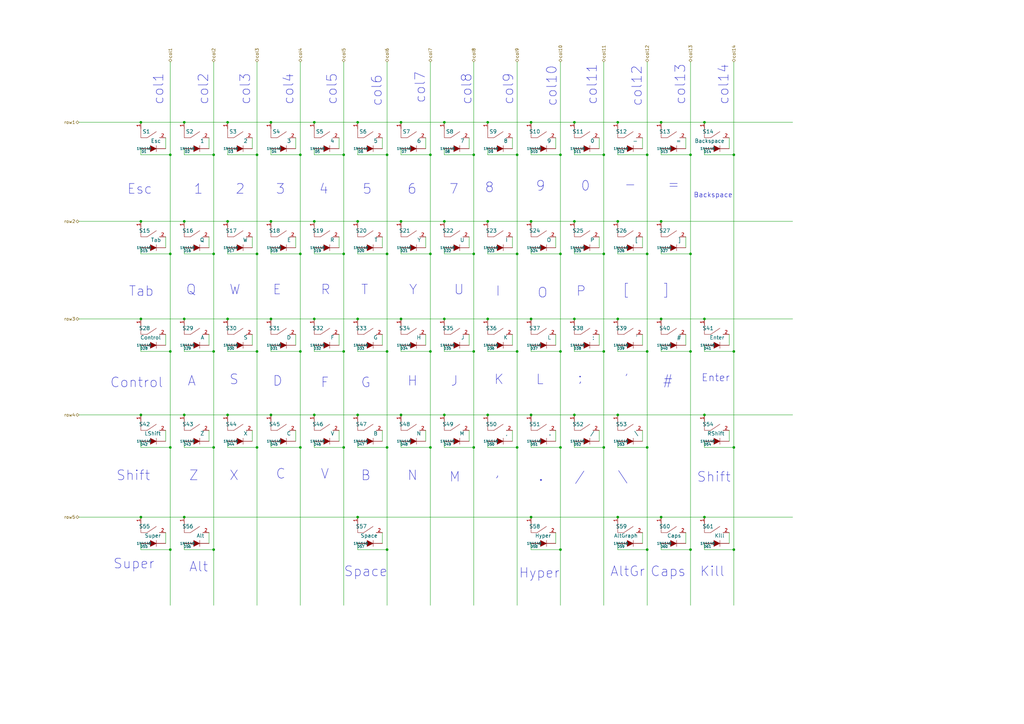
<source format=kicad_sch>
(kicad_sch (version 20211123) (generator eeschema)
  (paper "A3")
  (title_block (title "Matrix") (date "2022-08-09") (rev "0"))
  (junction (at 200.025 130.81))
  (junction (at 57.785 50.165))
  (junction (at 253.365 130.81))
  (junction (at 229.87 144.145))
  (junction (at 57.785 212.09))
  (junction (at 182.245 170.18))
  (junction (at 105.41 144.145))
  (junction (at 283.21 104.14))
  (junction (at 69.85 183.515))
  (junction (at 235.585 130.81))
  (junction (at 93.345 50.165))
  (junction (at 212.09 183.515))
  (junction (at 140.97 63.5))
  (junction (at 300.99 144.145))
  (junction (at 128.905 130.81))
  (junction (at 158.75 63.5))
  (junction (at 164.465 170.18))
  (junction (at 69.85 63.5))
  (junction (at 283.21 144.145))
  (junction (at 111.125 90.805))
  (junction (at 123.19 144.145))
  (junction (at 87.63 183.515))
  (junction (at 176.53 183.515))
  (junction (at 140.97 183.515))
  (junction (at 235.585 170.18))
  (junction (at 123.19 63.5))
  (junction (at 140.97 144.145))
  (junction (at 300.99 225.425))
  (junction (at 57.785 130.81))
  (junction (at 140.97 104.14))
  (junction (at 146.685 130.81))
  (junction (at 123.19 104.14))
  (junction (at 93.345 90.805))
  (junction (at 247.65 144.145))
  (junction (at 93.345 130.81))
  (junction (at 194.31 104.14))
  (junction (at 128.905 170.18))
  (junction (at 235.585 90.805))
  (junction (at 283.21 63.5))
  (junction (at 182.245 90.805))
  (junction (at 158.75 144.145))
  (junction (at 212.09 144.145))
  (junction (at 87.63 225.425))
  (junction (at 200.025 50.165))
  (junction (at 229.87 183.515))
  (junction (at 75.565 50.165))
  (junction (at 253.365 50.165))
  (junction (at 87.63 63.5))
  (junction (at 229.87 104.14))
  (junction (at 164.465 90.805))
  (junction (at 128.905 50.165))
  (junction (at 105.41 104.14))
  (junction (at 146.685 90.805))
  (junction (at 123.19 183.515))
  (junction (at 75.565 130.81))
  (junction (at 247.65 104.14))
  (junction (at 158.75 183.515))
  (junction (at 300.99 183.515))
  (junction (at 164.465 130.81))
  (junction (at 111.125 50.165))
  (junction (at 182.245 130.81))
  (junction (at 271.145 90.805))
  (junction (at 146.685 170.18))
  (junction (at 194.31 183.515))
  (junction (at 271.145 50.165))
  (junction (at 253.365 170.18))
  (junction (at 271.145 212.09))
  (junction (at 182.245 50.165))
  (junction (at 212.09 63.5))
  (junction (at 111.125 130.81))
  (junction (at 105.41 183.515))
  (junction (at 200.025 170.18))
  (junction (at 69.85 225.425))
  (junction (at 271.145 130.81))
  (junction (at 247.65 63.5))
  (junction (at 111.125 170.18))
  (junction (at 164.465 50.165))
  (junction (at 247.65 183.515))
  (junction (at 87.63 144.145))
  (junction (at 265.43 104.14))
  (junction (at 288.925 50.165))
  (junction (at 176.53 144.145))
  (junction (at 158.75 225.425))
  (junction (at 87.63 104.14))
  (junction (at 75.565 90.805))
  (junction (at 300.99 63.5))
  (junction (at 69.85 144.145))
  (junction (at 176.53 63.5))
  (junction (at 57.785 170.18))
  (junction (at 229.87 63.5))
  (junction (at 57.785 90.805))
  (junction (at 217.805 170.18))
  (junction (at 217.805 90.805))
  (junction (at 146.685 212.09))
  (junction (at 253.365 212.09))
  (junction (at 288.925 130.81))
  (junction (at 194.31 144.145))
  (junction (at 194.31 63.5))
  (junction (at 158.75 104.14))
  (junction (at 69.85 104.14))
  (junction (at 288.925 170.18))
  (junction (at 217.805 212.09))
  (junction (at 75.565 170.18))
  (junction (at 128.905 90.805))
  (junction (at 253.365 90.805))
  (junction (at 235.585 50.165))
  (junction (at 212.09 104.14))
  (junction (at 265.43 225.425))
  (junction (at 217.805 50.165))
  (junction (at 283.21 225.425))
  (junction (at 217.805 130.81))
  (junction (at 265.43 183.515))
  (junction (at 146.685 50.165))
  (junction (at 265.43 144.145))
  (junction (at 288.925 212.09))
  (junction (at 200.025 90.805))
  (junction (at 105.41 63.5))
  (junction (at 229.87 225.425))
  (junction (at 265.43 63.5))
  (junction (at 176.53 104.14))
  (junction (at 75.565 212.09))
  (junction (at 93.345 170.18))
  (wire (pts (xy 217.805 222.885) (xy 217.805 225.425)))
  (wire (pts (xy 111.125 180.975) (xy 111.125 183.515)))
  (wire (pts (xy 271.145 222.885) (xy 271.145 225.425)))
  (wire (pts (xy 288.925 141.605) (xy 288.925 144.145)))
  (wire (pts (xy 75.565 63.5) (xy 87.63 63.5)))
  (wire (pts (xy 200.025 141.605) (xy 200.025 144.145)))
  (wire (pts (xy 253.365 130.81) (xy 271.145 130.81)))
  (wire (pts (xy 288.925 50.165) (xy 325.12 50.165)))
  (wire (pts (xy 182.245 130.81) (xy 200.025 130.81)))
  (wire (pts (xy 57.785 212.09) (xy 75.565 212.09)))
  (wire (pts (xy 123.19 63.5) (xy 123.19 104.14)))
  (wire (pts (xy 281.305 56.515) (xy 281.305 60.96)))
  (wire (pts (xy 146.685 141.605) (xy 146.685 144.145)))
  (wire (pts (xy 281.305 137.16) (xy 281.305 141.605)))
  (wire (pts (xy 111.125 90.805) (xy 128.905 90.805)))
  (wire (pts (xy 194.31 63.5) (xy 194.31 104.14)))
  (wire (pts (xy 158.75 25.4) (xy 158.75 63.5)))
  (wire (pts (xy 69.85 25.4) (xy 69.85 63.5)))
  (wire (pts (xy 182.245 60.96) (xy 182.245 63.5)))
  (wire (pts (xy 146.685 90.805) (xy 164.465 90.805)))
  (wire (pts (xy 288.925 183.515) (xy 300.99 183.515)))
  (wire (pts (xy 194.31 25.4) (xy 194.31 63.5)))
  (wire (pts (xy 67.945 56.515) (xy 67.945 60.96)))
  (wire (pts (xy 93.345 50.165) (xy 111.125 50.165)))
  (wire (pts (xy 57.785 170.18) (xy 75.565 170.18)))
  (wire (pts (xy 139.065 97.155) (xy 139.065 101.6)))
  (wire (pts (xy 271.145 141.605) (xy 271.145 144.145)))
  (wire (pts (xy 192.405 56.515) (xy 192.405 60.96)))
  (wire (pts (xy 123.19 183.515) (xy 123.19 248.285)))
  (wire (pts (xy 271.145 144.145) (xy 283.21 144.145)))
  (wire (pts (xy 85.725 97.155) (xy 85.725 101.6)))
  (wire (pts (xy 140.97 25.4) (xy 140.97 63.5)))
  (wire (pts (xy 300.99 63.5) (xy 300.99 144.145)))
  (wire (pts (xy 85.725 218.44) (xy 85.725 222.885)))
  (wire (pts (xy 229.87 144.145) (xy 229.87 183.515)))
  (wire (pts (xy 105.41 144.145) (xy 105.41 183.515)))
  (wire (pts (xy 247.65 183.515) (xy 247.65 248.285)))
  (wire (pts (xy 288.925 63.5) (xy 300.99 63.5)))
  (wire (pts (xy 111.125 144.145) (xy 123.19 144.145)))
  (wire (pts (xy 164.465 141.605) (xy 164.465 144.145)))
  (wire (pts (xy 69.85 104.14) (xy 69.85 144.145)))
  (wire (pts (xy 32.385 90.805) (xy 57.785 90.805)))
  (wire (pts (xy 174.625 97.155) (xy 174.625 101.6)))
  (wire (pts (xy 156.845 176.53) (xy 156.845 180.975)))
  (wire (pts (xy 247.65 144.145) (xy 247.65 183.515)))
  (wire (pts (xy 210.185 137.16) (xy 210.185 141.605)))
  (wire (pts (xy 253.365 104.14) (xy 265.43 104.14)))
  (wire (pts (xy 253.365 50.165) (xy 271.145 50.165)))
  (wire (pts (xy 217.805 170.18) (xy 235.585 170.18)))
  (wire (pts (xy 288.925 170.18) (xy 325.12 170.18)))
  (wire (pts (xy 85.725 137.16) (xy 85.725 141.605)))
  (wire (pts (xy 139.065 176.53) (xy 139.065 180.975)))
  (wire (pts (xy 288.925 130.81) (xy 325.12 130.81)))
  (wire (pts (xy 235.585 130.81) (xy 253.365 130.81)))
  (wire (pts (xy 103.505 56.515) (xy 103.505 60.96)))
  (wire (pts (xy 217.805 130.81) (xy 235.585 130.81)))
  (wire (pts (xy 253.365 63.5) (xy 265.43 63.5)))
  (wire (pts (xy 200.025 63.5) (xy 212.09 63.5)))
  (wire (pts (xy 158.75 104.14) (xy 158.75 144.145)))
  (wire (pts (xy 212.09 63.5) (xy 212.09 104.14)))
  (wire (pts (xy 67.945 218.44) (xy 67.945 222.885)))
  (wire (pts (xy 140.97 144.145) (xy 140.97 183.515)))
  (wire (pts (xy 263.525 137.16) (xy 263.525 141.605)))
  (wire (pts (xy 111.125 50.165) (xy 128.905 50.165)))
  (wire (pts (xy 182.245 144.145) (xy 194.31 144.145)))
  (wire (pts (xy 111.125 60.96) (xy 111.125 63.5)))
  (wire (pts (xy 146.685 50.165) (xy 164.465 50.165)))
  (wire (pts (xy 146.685 222.885) (xy 146.685 225.425)))
  (wire (pts (xy 235.585 183.515) (xy 247.65 183.515)))
  (wire (pts (xy 176.53 104.14) (xy 176.53 144.145)))
  (wire (pts (xy 67.945 137.16) (xy 67.945 141.605)))
  (wire (pts (xy 57.785 183.515) (xy 69.85 183.515)))
  (wire (pts (xy 229.87 63.5) (xy 229.87 104.14)))
  (wire (pts (xy 128.905 180.975) (xy 128.905 183.515)))
  (wire (pts (xy 265.43 225.425) (xy 265.43 248.285)))
  (wire (pts (xy 227.965 97.155) (xy 227.965 101.6)))
  (wire (pts (xy 217.805 225.425) (xy 229.87 225.425)))
  (wire (pts (xy 247.65 25.4) (xy 247.65 63.5)))
  (wire (pts (xy 194.31 183.515) (xy 194.31 248.285)))
  (wire (pts (xy 121.285 137.16) (xy 121.285 141.605)))
  (wire (pts (xy 139.065 137.16) (xy 139.065 141.605)))
  (wire (pts (xy 69.85 225.425) (xy 69.85 248.285)))
  (wire (pts (xy 57.785 101.6) (xy 57.785 104.14)))
  (wire (pts (xy 93.345 141.605) (xy 93.345 144.145)))
  (wire (pts (xy 299.085 137.16) (xy 299.085 141.605)))
  (wire (pts (xy 85.725 176.53) (xy 85.725 180.975)))
  (wire (pts (xy 87.63 183.515) (xy 87.63 225.425)))
  (wire (pts (xy 75.565 225.425) (xy 87.63 225.425)))
  (wire (pts (xy 156.845 218.44) (xy 156.845 222.885)))
  (wire (pts (xy 176.53 183.515) (xy 176.53 248.285)))
  (wire (pts (xy 182.245 180.975) (xy 182.245 183.515)))
  (wire (pts (xy 93.345 170.18) (xy 111.125 170.18)))
  (wire (pts (xy 253.365 144.145) (xy 265.43 144.145)))
  (wire (pts (xy 182.245 183.515) (xy 194.31 183.515)))
  (wire (pts (xy 146.685 183.515) (xy 158.75 183.515)))
  (wire (pts (xy 192.405 137.16) (xy 192.405 141.605)))
  (wire (pts (xy 57.785 180.975) (xy 57.785 183.515)))
  (wire (pts (xy 156.845 137.16) (xy 156.845 141.605)))
  (wire (pts (xy 164.465 104.14) (xy 176.53 104.14)))
  (wire (pts (xy 93.345 180.975) (xy 93.345 183.515)))
  (wire (pts (xy 57.785 63.5) (xy 69.85 63.5)))
  (wire (pts (xy 217.805 144.145) (xy 229.87 144.145)))
  (wire (pts (xy 200.025 130.81) (xy 217.805 130.81)))
  (wire (pts (xy 288.925 212.09) (xy 325.12 212.09)))
  (wire (pts (xy 164.465 183.515) (xy 176.53 183.515)))
  (wire (pts (xy 247.65 63.5) (xy 247.65 104.14)))
  (wire (pts (xy 75.565 130.81) (xy 93.345 130.81)))
  (wire (pts (xy 253.365 90.805) (xy 271.145 90.805)))
  (wire (pts (xy 156.845 97.155) (xy 156.845 101.6)))
  (wire (pts (xy 128.905 63.5) (xy 140.97 63.5)))
  (wire (pts (xy 235.585 60.96) (xy 235.585 63.5)))
  (wire (pts (xy 128.905 104.14) (xy 140.97 104.14)))
  (wire (pts (xy 245.745 176.53) (xy 245.745 180.975)))
  (wire (pts (xy 75.565 222.885) (xy 75.565 225.425)))
  (wire (pts (xy 217.805 90.805) (xy 235.585 90.805)))
  (wire (pts (xy 200.025 90.805) (xy 217.805 90.805)))
  (wire (pts (xy 111.125 63.5) (xy 123.19 63.5)))
  (wire (pts (xy 146.685 60.96) (xy 146.685 63.5)))
  (wire (pts (xy 271.145 104.14) (xy 283.21 104.14)))
  (wire (pts (xy 75.565 212.09) (xy 146.685 212.09)))
  (wire (pts (xy 217.805 180.975) (xy 217.805 183.515)))
  (wire (pts (xy 121.285 56.515) (xy 121.285 60.96)))
  (wire (pts (xy 229.87 25.4) (xy 229.87 63.5)))
  (wire (pts (xy 128.905 50.165) (xy 146.685 50.165)))
  (wire (pts (xy 128.905 144.145) (xy 140.97 144.145)))
  (wire (pts (xy 75.565 101.6) (xy 75.565 104.14)))
  (wire (pts (xy 75.565 180.975) (xy 75.565 183.515)))
  (wire (pts (xy 263.525 97.155) (xy 263.525 101.6)))
  (wire (pts (xy 87.63 104.14) (xy 87.63 144.145)))
  (wire (pts (xy 200.025 170.18) (xy 217.805 170.18)))
  (wire (pts (xy 212.09 183.515) (xy 212.09 248.285)))
  (wire (pts (xy 229.87 183.515) (xy 229.87 225.425)))
  (wire (pts (xy 93.345 183.515) (xy 105.41 183.515)))
  (wire (pts (xy 283.21 144.145) (xy 283.21 225.425)))
  (wire (pts (xy 192.405 176.53) (xy 192.405 180.975)))
  (wire (pts (xy 182.245 141.605) (xy 182.245 144.145)))
  (wire (pts (xy 164.465 60.96) (xy 164.465 63.5)))
  (wire (pts (xy 210.185 176.53) (xy 210.185 180.975)))
  (wire (pts (xy 182.245 170.18) (xy 200.025 170.18)))
  (wire (pts (xy 281.305 97.155) (xy 281.305 101.6)))
  (wire (pts (xy 128.905 183.515) (xy 140.97 183.515)))
  (wire (pts (xy 105.41 183.515) (xy 105.41 248.285)))
  (wire (pts (xy 32.385 50.165) (xy 57.785 50.165)))
  (wire (pts (xy 192.405 97.155) (xy 192.405 101.6)))
  (wire (pts (xy 67.945 176.53) (xy 67.945 180.975)))
  (wire (pts (xy 263.525 56.515) (xy 263.525 60.96)))
  (wire (pts (xy 265.43 144.145) (xy 265.43 183.515)))
  (wire (pts (xy 288.925 180.975) (xy 288.925 183.515)))
  (wire (pts (xy 227.965 176.53) (xy 227.965 180.975)))
  (wire (pts (xy 146.685 130.81) (xy 164.465 130.81)))
  (wire (pts (xy 57.785 141.605) (xy 57.785 144.145)))
  (wire (pts (xy 69.85 63.5) (xy 69.85 104.14)))
  (wire (pts (xy 57.785 130.81) (xy 75.565 130.81)))
  (wire (pts (xy 245.745 56.515) (xy 245.745 60.96)))
  (wire (pts (xy 57.785 222.885) (xy 57.785 225.425)))
  (wire (pts (xy 235.585 50.165) (xy 253.365 50.165)))
  (wire (pts (xy 200.025 144.145) (xy 212.09 144.145)))
  (wire (pts (xy 93.345 104.14) (xy 105.41 104.14)))
  (wire (pts (xy 182.245 104.14) (xy 194.31 104.14)))
  (wire (pts (xy 93.345 60.96) (xy 93.345 63.5)))
  (wire (pts (xy 281.305 218.44) (xy 281.305 222.885)))
  (wire (pts (xy 105.41 104.14) (xy 105.41 144.145)))
  (wire (pts (xy 235.585 63.5) (xy 247.65 63.5)))
  (wire (pts (xy 128.905 60.96) (xy 128.905 63.5)))
  (wire (pts (xy 128.905 141.605) (xy 128.905 144.145)))
  (wire (pts (xy 121.285 176.53) (xy 121.285 180.975)))
  (wire (pts (xy 288.925 60.96) (xy 288.925 63.5)))
  (wire (pts (xy 271.145 63.5) (xy 283.21 63.5)))
  (wire (pts (xy 128.905 170.18) (xy 146.685 170.18)))
  (wire (pts (xy 75.565 170.18) (xy 93.345 170.18)))
  (wire (pts (xy 93.345 90.805) (xy 111.125 90.805)))
  (wire (pts (xy 210.185 56.515) (xy 210.185 60.96)))
  (wire (pts (xy 283.21 225.425) (xy 283.21 248.285)))
  (wire (pts (xy 174.625 56.515) (xy 174.625 60.96)))
  (wire (pts (xy 271.145 60.96) (xy 271.145 63.5)))
  (wire (pts (xy 164.465 50.165) (xy 182.245 50.165)))
  (wire (pts (xy 164.465 101.6) (xy 164.465 104.14)))
  (wire (pts (xy 299.085 56.515) (xy 299.085 60.96)))
  (wire (pts (xy 194.31 104.14) (xy 194.31 144.145)))
  (wire (pts (xy 75.565 60.96) (xy 75.565 63.5)))
  (wire (pts (xy 253.365 183.515) (xy 265.43 183.515)))
  (wire (pts (xy 210.185 97.155) (xy 210.185 101.6)))
  (wire (pts (xy 67.945 97.155) (xy 67.945 101.6)))
  (wire (pts (xy 69.85 183.515) (xy 69.85 225.425)))
  (wire (pts (xy 271.145 50.165) (xy 288.925 50.165)))
  (wire (pts (xy 93.345 144.145) (xy 105.41 144.145)))
  (wire (pts (xy 217.805 60.96) (xy 217.805 63.5)))
  (wire (pts (xy 139.065 56.515) (xy 139.065 60.96)))
  (wire (pts (xy 85.725 56.515) (xy 85.725 60.96)))
  (wire (pts (xy 212.09 25.4) (xy 212.09 63.5)))
  (wire (pts (xy 253.365 60.96) (xy 253.365 63.5)))
  (wire (pts (xy 146.685 225.425) (xy 158.75 225.425)))
  (wire (pts (xy 57.785 60.96) (xy 57.785 63.5)))
  (wire (pts (xy 217.805 104.14) (xy 229.87 104.14)))
  (wire (pts (xy 300.99 183.515) (xy 300.99 225.425)))
  (wire (pts (xy 235.585 180.975) (xy 235.585 183.515)))
  (wire (pts (xy 32.385 170.18) (xy 57.785 170.18)))
  (wire (pts (xy 87.63 144.145) (xy 87.63 183.515)))
  (wire (pts (xy 200.025 104.14) (xy 212.09 104.14)))
  (wire (pts (xy 57.785 50.165) (xy 75.565 50.165)))
  (wire (pts (xy 217.805 183.515) (xy 229.87 183.515)))
  (wire (pts (xy 300.99 25.4) (xy 300.99 63.5)))
  (wire (pts (xy 265.43 183.515) (xy 265.43 225.425)))
  (wire (pts (xy 271.145 90.805) (xy 325.12 90.805)))
  (wire (pts (xy 299.085 218.44) (xy 299.085 222.885)))
  (wire (pts (xy 146.685 212.09) (xy 217.805 212.09)))
  (wire (pts (xy 235.585 101.6) (xy 235.585 104.14)))
  (wire (pts (xy 164.465 63.5) (xy 176.53 63.5)))
  (wire (pts (xy 235.585 90.805) (xy 253.365 90.805)))
  (wire (pts (xy 217.805 212.09) (xy 253.365 212.09)))
  (wire (pts (xy 182.245 101.6) (xy 182.245 104.14)))
  (wire (pts (xy 194.31 144.145) (xy 194.31 183.515)))
  (wire (pts (xy 93.345 63.5) (xy 105.41 63.5)))
  (wire (pts (xy 271.145 212.09) (xy 288.925 212.09)))
  (wire (pts (xy 158.75 144.145) (xy 158.75 183.515)))
  (wire (pts (xy 158.75 225.425) (xy 158.75 248.285)))
  (wire (pts (xy 75.565 144.145) (xy 87.63 144.145)))
  (wire (pts (xy 182.245 50.165) (xy 200.025 50.165)))
  (wire (pts (xy 229.87 225.425) (xy 229.87 248.285)))
  (wire (pts (xy 253.365 170.18) (xy 288.925 170.18)))
  (wire (pts (xy 146.685 180.975) (xy 146.685 183.515)))
  (wire (pts (xy 271.145 130.81) (xy 288.925 130.81)))
  (wire (pts (xy 111.125 104.14) (xy 123.19 104.14)))
  (wire (pts (xy 128.905 90.805) (xy 146.685 90.805)))
  (wire (pts (xy 174.625 176.53) (xy 174.625 180.975)))
  (wire (pts (xy 105.41 63.5) (xy 105.41 104.14)))
  (wire (pts (xy 300.99 144.145) (xy 300.99 183.515)))
  (wire (pts (xy 245.745 137.16) (xy 245.745 141.605)))
  (wire (pts (xy 158.75 183.515) (xy 158.75 225.425)))
  (wire (pts (xy 57.785 225.425) (xy 69.85 225.425)))
  (wire (pts (xy 217.805 50.165) (xy 235.585 50.165)))
  (wire (pts (xy 32.385 212.09) (xy 57.785 212.09)))
  (wire (pts (xy 212.09 104.14) (xy 212.09 144.145)))
  (wire (pts (xy 128.905 101.6) (xy 128.905 104.14)))
  (wire (pts (xy 111.125 183.515) (xy 123.19 183.515)))
  (wire (pts (xy 283.21 104.14) (xy 283.21 144.145)))
  (wire (pts (xy 283.21 25.4) (xy 283.21 63.5)))
  (wire (pts (xy 253.365 225.425) (xy 265.43 225.425)))
  (wire (pts (xy 75.565 183.515) (xy 87.63 183.515)))
  (wire (pts (xy 299.085 176.53) (xy 299.085 180.975)))
  (wire (pts (xy 93.345 130.81) (xy 111.125 130.81)))
  (wire (pts (xy 235.585 170.18) (xy 253.365 170.18)))
  (wire (pts (xy 111.125 130.81) (xy 128.905 130.81)))
  (wire (pts (xy 176.53 63.5) (xy 176.53 104.14)))
  (wire (pts (xy 158.75 63.5) (xy 158.75 104.14)))
  (wire (pts (xy 57.785 144.145) (xy 69.85 144.145)))
  (wire (pts (xy 105.41 25.4) (xy 105.41 63.5)))
  (wire (pts (xy 121.285 97.155) (xy 121.285 101.6)))
  (wire (pts (xy 235.585 144.145) (xy 247.65 144.145)))
  (wire (pts (xy 271.145 225.425) (xy 283.21 225.425)))
  (wire (pts (xy 247.65 104.14) (xy 247.65 144.145)))
  (wire (pts (xy 217.805 101.6) (xy 217.805 104.14)))
  (wire (pts (xy 103.505 137.16) (xy 103.505 141.605)))
  (wire (pts (xy 288.925 144.145) (xy 300.99 144.145)))
  (wire (pts (xy 200.025 60.96) (xy 200.025 63.5)))
  (wire (pts (xy 200.025 183.515) (xy 212.09 183.515)))
  (wire (pts (xy 265.43 104.14) (xy 265.43 144.145)))
  (wire (pts (xy 288.925 225.425) (xy 300.99 225.425)))
  (wire (pts (xy 227.965 56.515) (xy 227.965 60.96)))
  (wire (pts (xy 263.525 176.53) (xy 263.525 180.975)))
  (wire (pts (xy 265.43 25.4) (xy 265.43 63.5)))
  (wire (pts (xy 146.685 170.18) (xy 164.465 170.18)))
  (wire (pts (xy 164.465 180.975) (xy 164.465 183.515)))
  (wire (pts (xy 164.465 144.145) (xy 176.53 144.145)))
  (wire (pts (xy 253.365 180.975) (xy 253.365 183.515)))
  (wire (pts (xy 176.53 25.4) (xy 176.53 63.5)))
  (wire (pts (xy 200.025 50.165) (xy 217.805 50.165)))
  (wire (pts (xy 182.245 63.5) (xy 194.31 63.5)))
  (wire (pts (xy 283.21 63.5) (xy 283.21 104.14)))
  (wire (pts (xy 200.025 180.975) (xy 200.025 183.515)))
  (wire (pts (xy 235.585 141.605) (xy 235.585 144.145)))
  (wire (pts (xy 75.565 50.165) (xy 93.345 50.165)))
  (wire (pts (xy 253.365 101.6) (xy 253.365 104.14)))
  (wire (pts (xy 300.99 225.425) (xy 300.99 248.285)))
  (wire (pts (xy 182.245 90.805) (xy 200.025 90.805)))
  (wire (pts (xy 75.565 141.605) (xy 75.565 144.145)))
  (wire (pts (xy 146.685 63.5) (xy 158.75 63.5)))
  (wire (pts (xy 156.845 56.515) (xy 156.845 60.96)))
  (wire (pts (xy 103.505 176.53) (xy 103.505 180.975)))
  (wire (pts (xy 235.585 104.14) (xy 247.65 104.14)))
  (wire (pts (xy 263.525 218.44) (xy 263.525 222.885)))
  (wire (pts (xy 164.465 90.805) (xy 182.245 90.805)))
  (wire (pts (xy 87.63 63.5) (xy 87.63 104.14)))
  (wire (pts (xy 140.97 63.5) (xy 140.97 104.14)))
  (wire (pts (xy 253.365 141.605) (xy 253.365 144.145)))
  (wire (pts (xy 200.025 101.6) (xy 200.025 104.14)))
  (wire (pts (xy 217.805 141.605) (xy 217.805 144.145)))
  (wire (pts (xy 111.125 101.6) (xy 111.125 104.14)))
  (wire (pts (xy 93.345 101.6) (xy 93.345 104.14)))
  (wire (pts (xy 146.685 101.6) (xy 146.685 104.14)))
  (wire (pts (xy 57.785 104.14) (xy 69.85 104.14)))
  (wire (pts (xy 164.465 170.18) (xy 182.245 170.18)))
  (wire (pts (xy 32.385 130.81) (xy 57.785 130.81)))
  (wire (pts (xy 245.745 97.155) (xy 245.745 101.6)))
  (wire (pts (xy 111.125 170.18) (xy 128.905 170.18)))
  (wire (pts (xy 123.19 25.4) (xy 123.19 63.5)))
  (wire (pts (xy 140.97 104.14) (xy 140.97 144.145)))
  (wire (pts (xy 253.365 212.09) (xy 271.145 212.09)))
  (wire (pts (xy 128.905 130.81) (xy 146.685 130.81)))
  (wire (pts (xy 75.565 104.14) (xy 87.63 104.14)))
  (wire (pts (xy 123.19 144.145) (xy 123.19 183.515)))
  (wire (pts (xy 69.85 144.145) (xy 69.85 183.515)))
  (wire (pts (xy 176.53 144.145) (xy 176.53 183.515)))
  (wire (pts (xy 227.965 218.44) (xy 227.965 222.885)))
  (wire (pts (xy 288.925 222.885) (xy 288.925 225.425)))
  (wire (pts (xy 57.785 90.805) (xy 75.565 90.805)))
  (wire (pts (xy 164.465 130.81) (xy 182.245 130.81)))
  (wire (pts (xy 265.43 63.5) (xy 265.43 104.14)))
  (wire (pts (xy 87.63 225.425) (xy 87.63 248.285)))
  (wire (pts (xy 123.19 104.14) (xy 123.19 144.145)))
  (wire (pts (xy 146.685 144.145) (xy 158.75 144.145)))
  (wire (pts (xy 271.145 101.6) (xy 271.145 104.14)))
  (wire (pts (xy 111.125 141.605) (xy 111.125 144.145)))
  (wire (pts (xy 174.625 137.16) (xy 174.625 141.605)))
  (wire (pts (xy 103.505 97.155) (xy 103.505 101.6)))
  (wire (pts (xy 75.565 90.805) (xy 93.345 90.805)))
  (wire (pts (xy 217.805 63.5) (xy 229.87 63.5)))
  (wire (pts (xy 87.63 25.4) (xy 87.63 63.5)))
  (wire (pts (xy 140.97 183.515) (xy 140.97 248.285)))
  (wire (pts (xy 229.87 104.14) (xy 229.87 144.145)))
  (wire (pts (xy 253.365 222.885) (xy 253.365 225.425)))
  (wire (pts (xy 227.965 137.16) (xy 227.965 141.605)))
  (wire (pts (xy 212.09 144.145) (xy 212.09 183.515)))
  (wire (pts (xy 146.685 104.14) (xy 158.75 104.14)))
  (text "\\" (at 254 198.12 0) (effects (font (size 4 4)) (justify left bottom)))
  (text "2" (at 96.52 80.01 0) (effects (font (size 4 4)) (justify left bottom)))
  (text "K" (at 202.565 158.115 0) (effects (font (size 4 4)) (justify left bottom)))
  (text "Hyper" (at 212.725 237.49 0) (effects (font (size 4 4)) (justify left bottom)))
  (text "Kill" (at 287.02 236.855 0) (effects (font (size 4 4)) (justify left bottom)))
  (text "C" (at 113.03 196.85 0) (effects (font (size 4 4)) (justify left bottom)))
  (text "#" (at 271.78 158.75 0) (effects (font (size 4 4)) (justify left bottom)))
  (text "U" (at 186.055 121.285 0) (effects (font (size 4 4)) (justify left bottom)))
  (text "O" (at 220.345 122.555 0) (effects (font (size 4 4)) (justify left bottom)))
  (text "T" (at 147.955 121.285 0) (effects (font (size 4 4)) (justify left bottom)))
  (text "8" (at 198.755 79.375 0) (effects (font (size 4 4)) (justify left bottom)))
  (text "3" (at 113.03 80.01 0) (effects (font (size 4 4)) (justify left bottom)))
  (text "R" (at 131.445 121.285 0) (effects (font (size 4 4)) (justify left bottom)))
  (text "Control" (at 45.085 159.385 0) (effects (font (size 4 4)) (justify left bottom)))
  (text ";" (at 236.855 157.48 0) (effects (font (size 4 4)) (justify left bottom)))
  (text "M" (at 184.15 198.12 0) (effects (font (size 4 4)) (justify left bottom)))
  (text "V" (at 131.445 196.85 0) (effects (font (size 4 4)) (justify left bottom)))
  (text "col13" (at 281.305 43.18 90) (effects (font (size 4 4)) (justify left bottom)))
  (text "1" (at 79.375 80.01 0) (effects (font (size 4 4)) (justify left bottom)))
  (text "col6" (at 156.845 43.815 90) (effects (font (size 4 4)) (justify left bottom)))
  (text "Space" (at 140.97 236.855 0) (effects (font (size 4 4)) (justify left bottom)))
  (text "col1" (at 67.31 43.18 90) (effects (font (size 4 4)) (justify left bottom)))
  (text "N" (at 167.005 197.485 0) (effects (font (size 4 4)) (justify left bottom)))
  (text "Q" (at 76.2 121.285 0) (effects (font (size 4 4)) (justify left bottom)))
  (text "A" (at 76.835 158.75 0) (effects (font (size 4 4)) (justify left bottom)))
  (text "7" (at 184.15 80.01 0) (effects (font (size 4 4)) (justify left bottom)))
  (text "Y" (at 167.64 121.285 0) (effects (font (size 4 4)) (justify left bottom)))
  (text "G" (at 147.955 159.385 0) (effects (font (size 4 4)) (justify left bottom)))
  (text "W" (at 93.98 121.285 0) (effects (font (size 4 4)) (justify left bottom)))
  (text "X" (at 93.98 197.485 0) (effects (font (size 4 4)) (justify left bottom)))
  (text "H" (at 167.005 158.75 0) (effects (font (size 4 4)) (justify left bottom)))
  (text "col12" (at 263.525 43.815 90) (effects (font (size 4 4)) (justify left bottom)))
  (text "]" (at 271.78 121.285 0) (effects (font (size 4 4)) (justify left bottom)))
  (text "Caps" (at 266.7 236.855 0) (effects (font (size 4 4)) (justify left bottom)))
  (text "F" (at 131.445 159.385 0) (effects (font (size 4 4)) (justify left bottom)))
  (text "," (at 202.565 196.215 0) (effects (font (size 5 5)) (justify left bottom)))
  (text "B" (at 147.955 197.485 0) (effects (font (size 4 4)) (justify left bottom)))
  (text "D" (at 111.76 158.75 0) (effects (font (size 4 4)) (justify left bottom)))
  (text "AltGr" (at 250.19 236.855 0) (effects (font (size 4 4)) (justify left bottom)))
  (text "col7" (at 174.625 42.545 90) (effects (font (size 4 4)) (justify left bottom)))
  (text "Shift" (at 285.75 198.12 0) (effects (font (size 4 4)) (justify left bottom)))
  (text "6" (at 167.005 80.01 0) (effects (font (size 4 4)) (justify left bottom)))
  (text "col2" (at 85.725 43.18 90) (effects (font (size 4 4)) (justify left bottom)))
  (text "S" (at 93.98 158.115 0) (effects (font (size 4 4)) (justify left bottom)))
  (text "9" (at 219.71 78.74 0) (effects (font (size 4 4)) (justify left bottom)))
  (text "col10" (at 228.6 43.815 90) (effects (font (size 4 4)) (justify left bottom)))
  (text "Shift" (at 47.625 197.485 0) (effects (font (size 4 4)) (justify left bottom)))
  (text "col3" (at 102.87 43.18 90) (effects (font (size 4 4)) (justify left bottom)))
  (text "col14" (at 299.085 43.18 90) (effects (font (size 4 4)) (justify left bottom)))
  (text "0" (at 238.125 78.74 0) (effects (font (size 4 4)) (justify left bottom)))
  (text "4" (at 130.81 80.01 0) (effects (font (size 4 4)) (justify left bottom)))
  (text "'" (at 255.905 158.115 0) (effects (font (size 4 4)) (justify left bottom)))
  (text "P" (at 236.22 121.92 0) (effects (font (size 4 4)) (justify left bottom)))
  (text "I" (at 203.2 121.92 0) (effects (font (size 4 4)) (justify left bottom)))
  (text "J" (at 184.785 158.75 0) (effects (font (size 4 4)) (justify left bottom)))
  (text "Tab" (at 52.705 121.92 0) (effects (font (size 4 4)) (justify left bottom)))
  (text "col8" (at 193.675 43.18 90) (effects (font (size 4 4)) (justify left bottom)))
  (text "Esc" (at 52.07 80.01 0) (effects (font (size 4 4)) (justify left bottom)))
  (text "E" (at 111.76 121.285 0) (effects (font (size 4 4)) (justify left bottom)))
  (text "." (at 220.345 198.12 0) (effects (font (size 6 6)) (justify left bottom)))
  (text "Super" (at 46.355 233.68 0) (effects (font (size 4 4)) (justify left bottom)))
  (text "col11" (at 245.11 43.18 90) (effects (font (size 4 4)) (justify left bottom)))
  (text "-" (at 255.905 78.105 0) (effects (font (size 4 4)) (justify left bottom)))
  (text "Enter" (at 287.655 156.845 0) (effects (font (size 3 3)) (justify left bottom)))
  (text "5" (at 148.59 80.01 0) (effects (font (size 4 4)) (justify left bottom)))
  (text "Backspace" (at 284.48 81.28 0) (effects (font (size 2 2)) (justify left bottom)))
  (text "Alt" (at 77.47 234.95 0) (effects (font (size 4 4)) (justify left bottom)))
  (text "col4" (at 120.65 43.18 90) (effects (font (size 4 4)) (justify left bottom)))
  (text "L" (at 219.71 158.115 0) (effects (font (size 4 4)) (justify left bottom)))
  (text "col9" (at 210.82 43.18 90) (effects (font (size 4 4)) (justify left bottom)))
  (text "col5" (at 138.43 43.18 90) (effects (font (size 4 4)) (justify left bottom)))
  (text "=" (at 273.685 78.105 0) (effects (font (size 4 4)) (justify left bottom)))
  (text "Z" (at 77.47 197.485 0) (effects (font (size 4 4)) (justify left bottom)))
  (text "[" (at 255.27 121.285 0) (effects (font (size 4 4)) (justify left bottom)))
  (text "/" (at 235.585 198.12 0) (effects (font (size 4 4)) (justify left bottom)))
  (hierarchical_label "col11" (shape tri_state) (at 247.65 25.4 90))
  (hierarchical_label "col4" (shape tri_state) (at 123.19 25.4 90))
  (hierarchical_label "col8" (shape tri_state) (at 194.31 25.4 90))
  (hierarchical_label "row4" (shape tri_state) (at 32.385 170.18 180))
  (hierarchical_label "col1" (shape tri_state) (at 69.85 25.4 90))
  (hierarchical_label "col2" (shape tri_state) (at 87.63 25.4 90))
  (hierarchical_label "row1" (shape tri_state) (at 32.385 50.165 180))
  (hierarchical_label "col10" (shape tri_state) (at 229.87 25.4 90))
  (hierarchical_label "col6" (shape tri_state) (at 158.75 25.4 90))
  (hierarchical_label "col3" (shape tri_state) (at 105.41 25.4 90))
  (hierarchical_label "row3" (shape tri_state) (at 32.385 130.81 180))
  (hierarchical_label "row2" (shape tri_state) (at 32.385 90.805 180))
  (hierarchical_label "col5" (shape tri_state) (at 140.97 25.4 90))
  (hierarchical_label "col12" (shape tri_state) (at 265.43 25.4 90))
  (hierarchical_label "col7" (shape tri_state) (at 176.53 25.4 90))
  (hierarchical_label "col9" (shape tri_state) (at 212.09 25.4 90))
  (hierarchical_label "row5" (shape tri_state) (at 32.385 212.09 180))
  (hierarchical_label "col14" (shape tri_state) (at 300.99 25.4 90))
  (hierarchical_label "col13" (shape tri_state) (at 283.21 25.4 90))
  (symbol (lib_id "mx1a-simple:MX1A") (at 62.865 222.25 0) (unit 1)
    (property "Reference" "S55" (at 61.595 215.9 0) (effects (font (size 1.524 1.524)) (justify right)))
    (property "Value" "Super" (at 66.04 219.71 0) (effects (font (size 1.524 1.524)) (justify right)))
  )
  (symbol (lib_id "mx1a-simple:MX1A") (at 169.545 180.34 0) (unit 1)
    (property "Reference" "S48" (at 168.275 173.99 0) (effects (font (size 1.524 1.524)) (justify right)))
    (property "Value" "N" (at 172.72 177.8 0) (effects (font (size 1.524 1.524)) (justify right)))
  )
  (symbol (lib_id "mx1a-simple:MX1A") (at 98.425 180.34 0) (unit 1)
    (property "Reference" "S44" (at 97.155 173.99 0) (effects (font (size 1.524 1.524)) (justify right)))
    (property "Value" "X" (at 101.6 177.8 0) (effects (font (size 1.524 1.524)) (justify right)))
  )
  (symbol (lib_id "mx1a-simple:MX1A") (at 133.985 140.97 0) (unit 1)
    (property "Reference" "S32" (at 132.715 134.62 0) (effects (font (size 1.524 1.524)) (justify right)))
    (property "Value" "F" (at 137.16 138.43 0) (effects (font (size 1.524 1.524)) (justify right)))
  )
  (symbol (lib_id "device:DIODE") (at 240.665 101.6 0) (unit 1)
    (property "Reference" "D25" (at 236.855 102.87 0) (effects (font (size 1.016 1.016))))
    (property "Value" "1N4148" (at 236.855 101.6 0) (effects (font (size 1.016 1.016))))
  )
  (symbol (lib_id "device:DIODE") (at 80.645 141.605 0) (unit 1)
    (property "Reference" "D29" (at 76.835 142.875 0) (effects (font (size 1.016 1.016))))
    (property "Value" "1N4148" (at 76.835 141.605 0) (effects (font (size 1.016 1.016))))
  )
  (symbol (lib_id "mx1a-simple:MX1A") (at 62.865 60.325 0) (unit 1)
    (property "Reference" "S1" (at 61.595 53.975 0) (effects (font (size 1.524 1.524)) (justify right)))
    (property "Value" "Esc" (at 66.04 57.785 0) (effects (font (size 1.524 1.524)) (justify right)))
  )
  (symbol (lib_id "mx1a-simple:MX1A") (at 276.225 60.325 0) (unit 1)
    (property "Reference" "S13" (at 274.955 53.975 0) (effects (font (size 1.524 1.524)) (justify right)))
    (property "Value" "=" (at 279.4 57.785 0) (effects (font (size 1.524 1.524)) (justify right)))
  )
  (symbol (lib_id "mx1a-simple:MX1A") (at 222.885 60.325 0) (unit 1)
    (property "Reference" "S10" (at 221.615 53.975 0) (effects (font (size 1.524 1.524)) (justify right)))
    (property "Value" "9" (at 226.06 57.785 0) (effects (font (size 1.524 1.524)) (justify right)))
  )
  (symbol (lib_id "device:DIODE") (at 205.105 101.6 0) (unit 1)
    (property "Reference" "D23" (at 201.295 102.87 0) (effects (font (size 1.016 1.016))))
    (property "Value" "1N4148" (at 201.295 101.6 0) (effects (font (size 1.016 1.016))))
  )
  (symbol (lib_id "mx1a-simple:MX1A") (at 169.545 100.965 0) (unit 1)
    (property "Reference" "S21" (at 168.275 94.615 0) (effects (font (size 1.524 1.524)) (justify right)))
    (property "Value" "Y" (at 172.72 98.425 0) (effects (font (size 1.524 1.524)) (justify right)))
  )
  (symbol (lib_id "mx1a-simple:MX1A") (at 133.985 180.34 0) (unit 1)
    (property "Reference" "S46" (at 132.715 173.99 0) (effects (font (size 1.524 1.524)) (justify right)))
    (property "Value" "V" (at 137.16 177.8 0) (effects (font (size 1.524 1.524)) (justify right)))
  )
  (symbol (lib_id "mx1a-simple:MX1A") (at 222.885 140.97 0) (unit 1)
    (property "Reference" "S37" (at 221.615 134.62 0) (effects (font (size 1.524 1.524)) (justify right)))
    (property "Value" "L" (at 226.06 138.43 0) (effects (font (size 1.524 1.524)) (justify right)))
  )
  (symbol (lib_id "device:DIODE") (at 98.425 180.975 0) (unit 1)
    (property "Reference" "D44" (at 94.615 182.245 0) (effects (font (size 1.016 1.016))))
    (property "Value" "1N4148" (at 94.615 180.975 0) (effects (font (size 1.016 1.016))))
  )
  (symbol (lib_id "device:DIODE") (at 169.545 60.96 0) (unit 1)
    (property "Reference" "D7" (at 165.735 62.23 0) (effects (font (size 1.016 1.016))))
    (property "Value" "1N4148" (at 165.735 60.96 0) (effects (font (size 1.016 1.016))))
  )
  (symbol (lib_id "device:DIODE") (at 240.665 141.605 0) (unit 1)
    (property "Reference" "D38" (at 236.855 142.875 0) (effects (font (size 1.016 1.016))))
    (property "Value" "1N4148" (at 236.855 141.605 0) (effects (font (size 1.016 1.016))))
  )
  (symbol (lib_id "mx1a-simple:MX1A") (at 133.985 100.965 0) (unit 1)
    (property "Reference" "S19" (at 132.715 94.615 0) (effects (font (size 1.524 1.524)) (justify right)))
    (property "Value" "R" (at 137.16 98.425 0) (effects (font (size 1.524 1.524)) (justify right)))
  )
  (symbol (lib_id "mx1a-simple:MX1A") (at 258.445 100.965 0) (unit 1)
    (property "Reference" "S26" (at 257.175 94.615 0) (effects (font (size 1.524 1.524)) (justify right)))
    (property "Value" "[" (at 261.62 98.425 0) (effects (font (size 1.524 1.524)) (justify right)))
  )
  (symbol (lib_id "mx1a-simple:MX1A") (at 80.645 180.34 0) (unit 1)
    (property "Reference" "S43" (at 79.375 173.99 0) (effects (font (size 1.524 1.524)) (justify right)))
    (property "Value" "Z" (at 83.82 177.8 0) (effects (font (size 1.524 1.524)) (justify right)))
  )
  (symbol (lib_id "mx1a-simple:MX1A") (at 205.105 60.325 0) (unit 1)
    (property "Reference" "S9" (at 203.835 53.975 0) (effects (font (size 1.524 1.524)) (justify right)))
    (property "Value" "8" (at 208.28 57.785 0) (effects (font (size 1.524 1.524)) (justify right)))
  )
  (symbol (lib_id "device:DIODE") (at 240.665 180.975 0) (unit 1)
    (property "Reference" "D52" (at 236.855 182.245 0) (effects (font (size 1.016 1.016))))
    (property "Value" "1N4148" (at 236.855 180.975 0) (effects (font (size 1.016 1.016))))
  )
  (symbol (lib_id "mx1a-simple:MX1A") (at 116.205 140.97 0) (unit 1)
    (property "Reference" "S31" (at 114.935 134.62 0) (effects (font (size 1.524 1.524)) (justify right)))
    (property "Value" "D" (at 119.38 138.43 0) (effects (font (size 1.524 1.524)) (justify right)))
  )
  (symbol (lib_id "mx1a-simple:MX1A") (at 294.005 180.34 0) (unit 1)
    (property "Reference" "S54" (at 292.735 173.99 0) (effects (font (size 1.524 1.524)) (justify right)))
    (property "Value" "RShift" (at 297.18 177.8 0) (effects (font (size 1.524 1.524)) (justify right)))
  )
  (symbol (lib_id "device:DIODE") (at 116.205 180.975 0) (unit 1)
    (property "Reference" "D45" (at 112.395 182.245 0) (effects (font (size 1.016 1.016))))
    (property "Value" "1N4148" (at 112.395 180.975 0) (effects (font (size 1.016 1.016))))
  )
  (symbol (lib_id "mx1a-simple:MX1A") (at 116.205 180.34 0) (unit 1)
    (property "Reference" "S45" (at 114.935 173.99 0) (effects (font (size 1.524 1.524)) (justify right)))
    (property "Value" "C" (at 119.38 177.8 0) (effects (font (size 1.524 1.524)) (justify right)))
  )
  (symbol (lib_id "mx1a-simple:MX1A") (at 187.325 60.325 0) (unit 1)
    (property "Reference" "S8" (at 186.055 53.975 0) (effects (font (size 1.524 1.524)) (justify right)))
    (property "Value" "7" (at 190.5 57.785 0) (effects (font (size 1.524 1.524)) (justify right)))
  )
  (symbol (lib_id "mx1a-simple:MX1A") (at 98.425 140.97 0) (unit 1)
    (property "Reference" "S30" (at 97.155 134.62 0) (effects (font (size 1.524 1.524)) (justify right)))
    (property "Value" "S" (at 101.6 138.43 0) (effects (font (size 1.524 1.524)) (justify right)))
  )
  (symbol (lib_id "device:DIODE") (at 62.865 141.605 0) (unit 1)
    (property "Reference" "D28" (at 59.055 142.875 0) (effects (font (size 1.016 1.016))))
    (property "Value" "1N4148" (at 59.055 141.605 0) (effects (font (size 1.016 1.016))))
  )
  (symbol (lib_id "device:DIODE") (at 80.645 60.96 0) (unit 1)
    (property "Reference" "D2" (at 76.835 62.23 0) (effects (font (size 1.016 1.016))))
    (property "Value" "1N4148" (at 76.835 60.96 0) (effects (font (size 1.016 1.016))))
  )
  (symbol (lib_id "device:DIODE") (at 62.865 180.975 0) (unit 1)
    (property "Reference" "D42" (at 59.055 182.245 0) (effects (font (size 1.016 1.016))))
    (property "Value" "1N4148" (at 59.055 180.975 0) (effects (font (size 1.016 1.016))))
  )
  (symbol (lib_id "mx1a-simple:MX1A") (at 222.885 180.34 0) (unit 1)
    (property "Reference" "S51" (at 221.615 173.99 0) (effects (font (size 1.524 1.524)) (justify right)))
    (property "Value" "." (at 226.06 177.8 0) (effects (font (size 1.524 1.524)) (justify right)))
  )
  (symbol (lib_id "mx1a-simple:MX1A") (at 98.425 100.965 0) (unit 1)
    (property "Reference" "S17" (at 97.155 94.615 0) (effects (font (size 1.524 1.524)) (justify right)))
    (property "Value" "W" (at 101.6 98.425 0) (effects (font (size 1.524 1.524)) (justify right)))
  )
  (symbol (lib_id "device:DIODE") (at 205.105 60.96 0) (unit 1)
    (property "Reference" "D9" (at 201.295 62.23 0) (effects (font (size 1.016 1.016))))
    (property "Value" "1N4148" (at 201.295 60.96 0) (effects (font (size 1.016 1.016))))
  )
  (symbol (lib_id "mx1a-simple:MX1A") (at 222.885 100.965 0) (unit 1)
    (property "Reference" "S24" (at 221.615 94.615 0) (effects (font (size 1.524 1.524)) (justify right)))
    (property "Value" "O" (at 226.06 98.425 0) (effects (font (size 1.524 1.524)) (justify right)))
  )
  (symbol (lib_id "mx1a-simple:MX1A") (at 294.005 140.97 0) (unit 1)
    (property "Reference" "S41" (at 292.735 134.62 0) (effects (font (size 1.524 1.524)) (justify right)))
    (property "Value" "Enter" (at 297.18 138.43 0) (effects (font (size 1.524 1.524)) (justify right)))
  )
  (symbol (lib_id "mx1a-simple:MX1A") (at 151.765 140.97 0) (unit 1)
    (property "Reference" "S33" (at 150.495 134.62 0) (effects (font (size 1.524 1.524)) (justify right)))
    (property "Value" "G" (at 154.94 138.43 0) (effects (font (size 1.524 1.524)) (justify right)))
  )
  (symbol (lib_id "device:DIODE") (at 80.645 222.885 0) (unit 1)
    (property "Reference" "D56" (at 76.835 224.155 0) (effects (font (size 1.016 1.016))))
    (property "Value" "1N4148" (at 76.835 222.885 0) (effects (font (size 1.016 1.016))))
  )
  (symbol (lib_id "device:DIODE") (at 62.865 101.6 0) (unit 1)
    (property "Reference" "D15" (at 59.055 102.87 0) (effects (font (size 1.016 1.016))))
    (property "Value" "1N4148" (at 59.055 101.6 0) (effects (font (size 1.016 1.016))))
  )
  (symbol (lib_id "mx1a-simple:MX1A") (at 240.665 60.325 0) (unit 1)
    (property "Reference" "S11" (at 239.395 53.975 0) (effects (font (size 1.524 1.524)) (justify right)))
    (property "Value" "0" (at 243.84 57.785 0) (effects (font (size 1.524 1.524)) (justify right)))
  )
  (symbol (lib_id "device:DIODE") (at 276.225 60.96 0) (unit 1)
    (property "Reference" "D13" (at 272.415 62.23 0) (effects (font (size 1.016 1.016))))
    (property "Value" "1N4148" (at 272.415 60.96 0) (effects (font (size 1.016 1.016))))
  )
  (symbol (lib_id "mx1a-simple:MX1A") (at 80.645 140.97 0) (unit 1)
    (property "Reference" "S29" (at 79.375 134.62 0) (effects (font (size 1.524 1.524)) (justify right)))
    (property "Value" "A" (at 83.82 138.43 0) (effects (font (size 1.524 1.524)) (justify right)))
  )
  (symbol (lib_id "device:DIODE") (at 205.105 180.975 0) (unit 1)
    (property "Reference" "D50" (at 201.295 182.245 0) (effects (font (size 1.016 1.016))))
    (property "Value" "1N4148" (at 201.295 180.975 0) (effects (font (size 1.016 1.016))))
  )
  (symbol (lib_id "device:DIODE") (at 133.985 180.975 0) (unit 1)
    (property "Reference" "D46" (at 130.175 182.245 0) (effects (font (size 1.016 1.016))))
    (property "Value" "1N4148" (at 130.175 180.975 0) (effects (font (size 1.016 1.016))))
  )
  (symbol (lib_id "mx1a-simple:MX1A") (at 80.645 222.25 0) (unit 1)
    (property "Reference" "S56" (at 79.375 215.9 0) (effects (font (size 1.524 1.524)) (justify right)))
    (property "Value" "Alt" (at 83.82 219.71 0) (effects (font (size 1.524 1.524)) (justify right)))
  )
  (symbol (lib_id "mx1a-simple:MX1A") (at 276.225 140.97 0) (unit 1)
    (property "Reference" "S40" (at 274.955 134.62 0) (effects (font (size 1.524 1.524)) (justify right)))
    (property "Value" "#" (at 279.4 138.43 0) (effects (font (size 1.524 1.524)) (justify right)))
  )
  (symbol (lib_id "device:DIODE") (at 222.885 60.96 0) (unit 1)
    (property "Reference" "D10" (at 219.075 62.23 0) (effects (font (size 1.016 1.016))))
    (property "Value" "1N4148" (at 219.075 60.96 0) (effects (font (size 1.016 1.016))))
  )
  (symbol (lib_id "mx1a-simple:MX1A") (at 294.005 222.25 0) (unit 1)
    (property "Reference" "S61" (at 292.735 215.9 0) (effects (font (size 1.524 1.524)) (justify right)))
    (property "Value" "Kill" (at 297.18 219.71 0) (effects (font (size 1.524 1.524)) (justify right)))
  )
  (symbol (lib_id "device:DIODE") (at 98.425 141.605 0) (unit 1)
    (property "Reference" "D30" (at 94.615 142.875 0) (effects (font (size 1.016 1.016))))
    (property "Value" "1N4148" (at 94.615 141.605 0) (effects (font (size 1.016 1.016))))
  )
  (symbol (lib_id "device:DIODE") (at 258.445 180.975 0) (unit 1)
    (property "Reference" "D53" (at 254.635 182.245 0) (effects (font (size 1.016 1.016))))
    (property "Value" "1N4148" (at 254.635 180.975 0) (effects (font (size 1.016 1.016))))
  )
  (symbol (lib_id "device:DIODE") (at 62.865 60.96 0) (unit 1)
    (property "Reference" "D1" (at 59.055 62.23 0) (effects (font (size 1.016 1.016))))
    (property "Value" "1N4148" (at 59.055 60.96 0) (effects (font (size 1.016 1.016))))
  )
  (symbol (lib_id "device:DIODE") (at 222.885 222.885 0) (unit 1)
    (property "Reference" "D58" (at 219.075 224.155 0) (effects (font (size 1.016 1.016))))
    (property "Value" "1N4148" (at 219.075 222.885 0) (effects (font (size 1.016 1.016))))
  )
  (symbol (lib_id "mx1a-simple:MX1A") (at 62.865 140.97 0) (unit 1)
    (property "Reference" "S28" (at 61.595 134.62 0) (effects (font (size 1.524 1.524)) (justify right)))
    (property "Value" "Control" (at 66.04 138.43 0) (effects (font (size 1.524 1.524)) (justify right)))
  )
  (symbol (lib_id "device:DIODE") (at 294.005 60.96 0) (unit 1)
    (property "Reference" "D14" (at 290.195 62.23 0) (effects (font (size 1.016 1.016))))
    (property "Value" "1N4148" (at 290.195 60.96 0) (effects (font (size 1.016 1.016))))
  )
  (symbol (lib_id "device:DIODE") (at 169.545 180.975 0) (unit 1)
    (property "Reference" "D48" (at 165.735 182.245 0) (effects (font (size 1.016 1.016))))
    (property "Value" "1N4148" (at 165.735 180.975 0) (effects (font (size 1.016 1.016))))
  )
  (symbol (lib_id "mx1a-simple:MX1A") (at 151.765 60.325 0) (unit 1)
    (property "Reference" "S6" (at 150.495 53.975 0) (effects (font (size 1.524 1.524)) (justify right)))
    (property "Value" "5" (at 154.94 57.785 0) (effects (font (size 1.524 1.524)) (justify right)))
  )
  (symbol (lib_id "mx1a-simple:MX1A") (at 116.205 60.325 0) (unit 1)
    (property "Reference" "S4" (at 114.935 53.975 0) (effects (font (size 1.524 1.524)) (justify right)))
    (property "Value" "3" (at 119.38 57.785 0) (effects (font (size 1.524 1.524)) (justify right)))
  )
  (symbol (lib_id "device:DIODE") (at 240.665 60.96 0) (unit 1)
    (property "Reference" "D11" (at 236.855 62.23 0) (effects (font (size 1.016 1.016))))
    (property "Value" "1N4148" (at 236.855 60.96 0) (effects (font (size 1.016 1.016))))
  )
  (symbol (lib_id "device:DIODE") (at 276.225 141.605 0) (unit 1)
    (property "Reference" "D40" (at 272.415 142.875 0) (effects (font (size 1.016 1.016))))
    (property "Value" "1N4148" (at 272.415 141.605 0) (effects (font (size 1.016 1.016))))
  )
  (symbol (lib_id "mx1a-simple:MX1A") (at 240.665 100.965 0) (unit 1)
    (property "Reference" "S25" (at 239.395 94.615 0) (effects (font (size 1.524 1.524)) (justify right)))
    (property "Value" "P" (at 243.84 98.425 0) (effects (font (size 1.524 1.524)) (justify right)))
  )
  (symbol (lib_id "mx1a-simple:MX1A") (at 133.985 60.325 0) (unit 1)
    (property "Reference" "S5" (at 132.715 53.975 0) (effects (font (size 1.524 1.524)) (justify right)))
    (property "Value" "4" (at 137.16 57.785 0) (effects (font (size 1.524 1.524)) (justify right)))
  )
  (symbol (lib_id "device:DIODE") (at 258.445 222.885 0) (unit 1)
    (property "Reference" "D59" (at 254.635 224.155 0) (effects (font (size 1.016 1.016))))
    (property "Value" "1N4148" (at 254.635 222.885 0) (effects (font (size 1.016 1.016))))
  )
  (symbol (lib_id "device:DIODE") (at 116.205 60.96 0) (unit 1)
    (property "Reference" "D4" (at 112.395 62.23 0) (effects (font (size 1.016 1.016))))
    (property "Value" "1N4148" (at 112.395 60.96 0) (effects (font (size 1.016 1.016))))
  )
  (symbol (lib_id "device:DIODE") (at 258.445 60.96 0) (unit 1)
    (property "Reference" "D12" (at 254.635 62.23 0) (effects (font (size 1.016 1.016))))
    (property "Value" "1N4148" (at 254.635 60.96 0) (effects (font (size 1.016 1.016))))
  )
  (symbol (lib_id "mx1a-simple:MX1A") (at 187.325 180.34 0) (unit 1)
    (property "Reference" "S49" (at 186.055 173.99 0) (effects (font (size 1.524 1.524)) (justify right)))
    (property "Value" "M" (at 190.5 177.8 0) (effects (font (size 1.524 1.524)) (justify right)))
  )
  (symbol (lib_id "device:DIODE") (at 294.005 222.885 0) (unit 1)
    (property "Reference" "D61" (at 290.195 224.155 0) (effects (font (size 1.016 1.016))))
    (property "Value" "1N4148" (at 290.195 222.885 0) (effects (font (size 1.016 1.016))))
  )
  (symbol (lib_id "device:DIODE") (at 187.325 101.6 0) (unit 1)
    (property "Reference" "D22" (at 183.515 102.87 0) (effects (font (size 1.016 1.016))))
    (property "Value" "1N4148" (at 183.515 101.6 0) (effects (font (size 1.016 1.016))))
  )
  (symbol (lib_id "device:DIODE") (at 151.765 141.605 0) (unit 1)
    (property "Reference" "D33" (at 147.955 142.875 0) (effects (font (size 1.016 1.016))))
    (property "Value" "1N4148" (at 147.955 141.605 0) (effects (font (size 1.016 1.016))))
  )
  (symbol (lib_id "device:DIODE") (at 98.425 101.6 0) (unit 1)
    (property "Reference" "D17" (at 94.615 102.87 0) (effects (font (size 1.016 1.016))))
    (property "Value" "1N4148" (at 94.615 101.6 0) (effects (font (size 1.016 1.016))))
  )
  (symbol (lib_id "device:DIODE") (at 258.445 141.605 0) (unit 1)
    (property "Reference" "D39" (at 254.635 142.875 0) (effects (font (size 1.016 1.016))))
    (property "Value" "1N4148" (at 254.635 141.605 0) (effects (font (size 1.016 1.016))))
  )
  (symbol (lib_id "mx1a-simple:MX1A") (at 187.325 140.97 0) (unit 1)
    (property "Reference" "S35" (at 186.055 134.62 0) (effects (font (size 1.524 1.524)) (justify right)))
    (property "Value" "J" (at 190.5 138.43 0) (effects (font (size 1.524 1.524)) (justify right)))
  )
  (symbol (lib_id "device:DIODE") (at 133.985 60.96 0) (unit 1)
    (property "Reference" "D5" (at 130.175 62.23 0) (effects (font (size 1.016 1.016))))
    (property "Value" "1N4148" (at 130.175 60.96 0) (effects (font (size 1.016 1.016))))
  )
  (symbol (lib_id "mx1a-simple:MX1A") (at 187.325 100.965 0) (unit 1)
    (property "Reference" "S22" (at 186.055 94.615 0) (effects (font (size 1.524 1.524)) (justify right)))
    (property "Value" "U" (at 190.5 98.425 0) (effects (font (size 1.524 1.524)) (justify right)))
  )
  (symbol (lib_id "device:DIODE") (at 133.985 141.605 0) (unit 1)
    (property "Reference" "D32" (at 130.175 142.875 0) (effects (font (size 1.016 1.016))))
    (property "Value" "1N4148" (at 130.175 141.605 0) (effects (font (size 1.016 1.016))))
  )
  (symbol (lib_id "device:DIODE") (at 222.885 141.605 0) (unit 1)
    (property "Reference" "D37" (at 219.075 142.875 0) (effects (font (size 1.016 1.016))))
    (property "Value" "1N4148" (at 219.075 141.605 0) (effects (font (size 1.016 1.016))))
  )
  (symbol (lib_id "device:DIODE") (at 205.105 141.605 0) (unit 1)
    (property "Reference" "D36" (at 201.295 142.875 0) (effects (font (size 1.016 1.016))))
    (property "Value" "1N4148" (at 201.295 141.605 0) (effects (font (size 1.016 1.016))))
  )
  (symbol (lib_id "device:DIODE") (at 276.225 222.885 0) (unit 1)
    (property "Reference" "D60" (at 272.415 224.155 0) (effects (font (size 1.016 1.016))))
    (property "Value" "1N4148" (at 272.415 222.885 0) (effects (font (size 1.016 1.016))))
  )
  (symbol (lib_id "mx1a-simple:MX1A") (at 205.105 100.965 0) (unit 1)
    (property "Reference" "S23" (at 203.835 94.615 0) (effects (font (size 1.524 1.524)) (justify right)))
    (property "Value" "I" (at 208.28 98.425 0) (effects (font (size 1.524 1.524)) (justify right)))
  )
  (symbol (lib_id "device:DIODE") (at 116.205 141.605 0) (unit 1)
    (property "Reference" "D31" (at 112.395 142.875 0) (effects (font (size 1.016 1.016))))
    (property "Value" "1N4148" (at 112.395 141.605 0) (effects (font (size 1.016 1.016))))
  )
  (symbol (lib_id "device:DIODE") (at 151.765 60.96 0) (unit 1)
    (property "Reference" "D6" (at 147.955 62.23 0) (effects (font (size 1.016 1.016))))
    (property "Value" "1N4148" (at 147.955 60.96 0) (effects (font (size 1.016 1.016))))
  )
  (symbol (lib_id "device:DIODE") (at 222.885 101.6 0) (unit 1)
    (property "Reference" "D24" (at 219.075 102.87 0) (effects (font (size 1.016 1.016))))
    (property "Value" "1N4148" (at 219.075 101.6 0) (effects (font (size 1.016 1.016))))
  )
  (symbol (lib_id "mx1a-simple:MX1A") (at 258.445 140.97 0) (unit 1)
    (property "Reference" "S39" (at 257.175 134.62 0) (effects (font (size 1.524 1.524)) (justify right)))
    (property "Value" "'" (at 261.62 138.43 0) (effects (font (size 1.524 1.524)) (justify right)))
  )
  (symbol (lib_id "device:DIODE") (at 80.645 101.6 0) (unit 1)
    (property "Reference" "D16" (at 76.835 102.87 0) (effects (font (size 1.016 1.016))))
    (property "Value" "1N4148" (at 76.835 101.6 0) (effects (font (size 1.016 1.016))))
  )
  (symbol (lib_id "mx1a-simple:MX1A") (at 151.765 222.25 0) (unit 1)
    (property "Reference" "S57" (at 150.495 215.9 0) (effects (font (size 1.524 1.524)) (justify right)))
    (property "Value" "Space" (at 154.94 219.71 0) (effects (font (size 1.524 1.524)) (justify right)))
  )
  (symbol (lib_id "mx1a-simple:MX1A") (at 62.865 180.34 0) (unit 1)
    (property "Reference" "S42" (at 61.595 173.99 0) (effects (font (size 1.524 1.524)) (justify right)))
    (property "Value" "LShift" (at 66.04 177.8 0) (effects (font (size 1.524 1.524)) (justify right)))
  )
  (symbol (lib_id "device:DIODE") (at 187.325 60.96 0) (unit 1)
    (property "Reference" "D8" (at 183.515 62.23 0) (effects (font (size 1.016 1.016))))
    (property "Value" "1N4148" (at 183.515 60.96 0) (effects (font (size 1.016 1.016))))
  )
  (symbol (lib_id "mx1a-simple:MX1A") (at 151.765 100.965 0) (unit 1)
    (property "Reference" "S20" (at 150.495 94.615 0) (effects (font (size 1.524 1.524)) (justify right)))
    (property "Value" "T" (at 154.94 98.425 0) (effects (font (size 1.524 1.524)) (justify right)))
  )
  (symbol (lib_id "mx1a-simple:MX1A") (at 169.545 140.97 0) (unit 1)
    (property "Reference" "S34" (at 168.275 134.62 0) (effects (font (size 1.524 1.524)) (justify right)))
    (property "Value" "H" (at 172.72 138.43 0) (effects (font (size 1.524 1.524)) (justify right)))
  )
  (symbol (lib_id "device:DIODE") (at 187.325 141.605 0) (unit 1)
    (property "Reference" "D35" (at 183.515 142.875 0) (effects (font (size 1.016 1.016))))
    (property "Value" "1N4148" (at 183.515 141.605 0) (effects (font (size 1.016 1.016))))
  )
  (symbol (lib_id "device:DIODE") (at 169.545 141.605 0) (unit 1)
    (property "Reference" "D34" (at 165.735 142.875 0) (effects (font (size 1.016 1.016))))
    (property "Value" "1N4148" (at 165.735 141.605 0) (effects (font (size 1.016 1.016))))
  )
  (symbol (lib_id "mx1a-simple:MX1A") (at 205.105 140.97 0) (unit 1)
    (property "Reference" "S36" (at 203.835 134.62 0) (effects (font (size 1.524 1.524)) (justify right)))
    (property "Value" "K" (at 208.28 138.43 0) (effects (font (size 1.524 1.524)) (justify right)))
  )
  (symbol (lib_id "mx1a-simple:MX1A") (at 294.005 60.325 0) (unit 1)
    (property "Reference" "S14" (at 292.735 53.975 0) (effects (font (size 1.524 1.524)) (justify right)))
    (property "Value" "Backspace" (at 297.18 57.785 0) (effects (font (size 1.524 1.524)) (justify right)))
  )
  (symbol (lib_id "device:DIODE") (at 151.765 101.6 0) (unit 1)
    (property "Reference" "D20" (at 147.955 102.87 0) (effects (font (size 1.016 1.016))))
    (property "Value" "1N4148" (at 147.955 101.6 0) (effects (font (size 1.016 1.016))))
  )
  (symbol (lib_id "device:DIODE") (at 187.325 180.975 0) (unit 1)
    (property "Reference" "D49" (at 183.515 182.245 0) (effects (font (size 1.016 1.016))))
    (property "Value" "1N4148" (at 183.515 180.975 0) (effects (font (size 1.016 1.016))))
  )
  (symbol (lib_id "mx1a-simple:MX1A") (at 222.885 222.25 0) (unit 1)
    (property "Reference" "S58" (at 221.615 215.9 0) (effects (font (size 1.524 1.524)) (justify right)))
    (property "Value" "Hyper" (at 226.06 219.71 0) (effects (font (size 1.524 1.524)) (justify right)))
  )
  (symbol (lib_id "device:DIODE") (at 62.865 222.885 0) (unit 1)
    (property "Reference" "D55" (at 59.055 224.155 0) (effects (font (size 1.016 1.016))))
    (property "Value" "1N4148" (at 59.055 222.885 0) (effects (font (size 1.016 1.016))))
  )
  (symbol (lib_id "device:DIODE") (at 276.225 101.6 0) (unit 1)
    (property "Reference" "D27" (at 272.415 102.87 0) (effects (font (size 1.016 1.016))))
    (property "Value" "1N4148" (at 272.415 101.6 0) (effects (font (size 1.016 1.016))))
  )
  (symbol (lib_id "mx1a-simple:MX1A") (at 276.225 100.965 0) (unit 1)
    (property "Reference" "S27" (at 274.955 94.615 0) (effects (font (size 1.524 1.524)) (justify right)))
    (property "Value" "]" (at 279.4 98.425 0) (effects (font (size 1.524 1.524)) (justify right)))
  )
  (symbol (lib_id "device:DIODE") (at 98.425 60.96 0) (unit 1)
    (property "Reference" "D3" (at 94.615 62.23 0) (effects (font (size 1.016 1.016))))
    (property "Value" "1N4148" (at 94.615 60.96 0) (effects (font (size 1.016 1.016))))
  )
  (symbol (lib_id "device:DIODE") (at 294.005 141.605 0) (unit 1)
    (property "Reference" "D41" (at 290.195 142.875 0) (effects (font (size 1.016 1.016))))
    (property "Value" "1N4148" (at 290.195 141.605 0) (effects (font (size 1.016 1.016))))
  )
  (symbol (lib_id "mx1a-simple:MX1A") (at 205.105 180.34 0) (unit 1)
    (property "Reference" "S50" (at 203.835 173.99 0) (effects (font (size 1.524 1.524)) (justify right)))
    (property "Value" "," (at 208.28 177.8 0) (effects (font (size 1.524 1.524)) (justify right)))
  )
  (symbol (lib_id "mx1a-simple:MX1A") (at 80.645 100.965 0) (unit 1)
    (property "Reference" "S16" (at 79.375 94.615 0) (effects (font (size 1.524 1.524)) (justify right)))
    (property "Value" "Q" (at 83.82 98.425 0) (effects (font (size 1.524 1.524)) (justify right)))
  )
  (symbol (lib_id "mx1a-simple:MX1A") (at 151.765 180.34 0) (unit 1)
    (property "Reference" "S47" (at 150.495 173.99 0) (effects (font (size 1.524 1.524)) (justify right)))
    (property "Value" "B" (at 154.94 177.8 0) (effects (font (size 1.524 1.524)) (justify right)))
  )
  (symbol (lib_id "device:DIODE") (at 80.645 180.975 0) (unit 1)
    (property "Reference" "D43" (at 76.835 182.245 0) (effects (font (size 1.016 1.016))))
    (property "Value" "1N4148" (at 76.835 180.975 0) (effects (font (size 1.016 1.016))))
  )
  (symbol (lib_id "device:DIODE") (at 169.545 101.6 0) (unit 1)
    (property "Reference" "D21" (at 165.735 102.87 0) (effects (font (size 1.016 1.016))))
    (property "Value" "1N4148" (at 165.735 101.6 0) (effects (font (size 1.016 1.016))))
  )
  (symbol (lib_id "mx1a-simple:MX1A") (at 240.665 180.34 0) (unit 1)
    (property "Reference" "S52" (at 239.395 173.99 0) (effects (font (size 1.524 1.524)) (justify right)))
    (property "Value" "/" (at 243.84 177.8 0) (effects (font (size 1.524 1.524)) (justify right)))
  )
  (symbol (lib_id "mx1a-simple:MX1A") (at 98.425 60.325 0) (unit 1)
    (property "Reference" "S3" (at 97.155 53.975 0) (effects (font (size 1.524 1.524)) (justify right)))
    (property "Value" "2" (at 101.6 57.785 0) (effects (font (size 1.524 1.524)) (justify right)))
  )
  (symbol (lib_id "device:DIODE") (at 151.765 180.975 0) (unit 1)
    (property "Reference" "D47" (at 147.955 182.245 0) (effects (font (size 1.016 1.016))))
    (property "Value" "1N4148" (at 147.955 180.975 0) (effects (font (size 1.016 1.016))))
  )
  (symbol (lib_id "device:DIODE") (at 222.885 180.975 0) (unit 1)
    (property "Reference" "D51" (at 219.075 182.245 0) (effects (font (size 1.016 1.016))))
    (property "Value" "1N4148" (at 219.075 180.975 0) (effects (font (size 1.016 1.016))))
  )
  (symbol (lib_id "device:DIODE") (at 294.005 180.975 0) (unit 1)
    (property "Reference" "D54" (at 290.195 182.245 0) (effects (font (size 1.016 1.016))))
    (property "Value" "1N4148" (at 290.195 180.975 0) (effects (font (size 1.016 1.016))))
  )
  (symbol (lib_id "device:DIODE") (at 258.445 101.6 0) (unit 1)
    (property "Reference" "D26" (at 254.635 102.87 0) (effects (font (size 1.016 1.016))))
    (property "Value" "1N4148" (at 254.635 101.6 0) (effects (font (size 1.016 1.016))))
  )
  (symbol (lib_id "mx1a-simple:MX1A") (at 258.445 60.325 0) (unit 1)
    (property "Reference" "S12" (at 257.175 53.975 0) (effects (font (size 1.524 1.524)) (justify right)))
    (property "Value" "-" (at 261.62 57.785 0) (effects (font (size 1.524 1.524)) (justify right)))
  )
  (symbol (lib_id "mx1a-simple:MX1A") (at 258.445 180.34 0) (unit 1)
    (property "Reference" "S53" (at 257.175 173.99 0) (effects (font (size 1.524 1.524)) (justify right)))
    (property "Value" "\\" (at 261.62 177.8 0) (effects (font (size 1.524 1.524)) (justify right)))
  )
  (symbol (lib_id "mx1a-simple:MX1A") (at 258.445 222.25 0) (unit 1)
    (property "Reference" "S59" (at 257.175 215.9 0) (effects (font (size 1.524 1.524)) (justify right)))
    (property "Value" "AltGraph" (at 261.62 219.71 0) (effects (font (size 1.524 1.524)) (justify right)))
  )
  (symbol (lib_id "device:DIODE") (at 133.985 101.6 0) (unit 1)
    (property "Reference" "D19" (at 130.175 102.87 0) (effects (font (size 1.016 1.016))))
    (property "Value" "1N4148" (at 130.175 101.6 0) (effects (font (size 1.016 1.016))))
  )
  (symbol (lib_id "mx1a-simple:MX1A") (at 169.545 60.325 0) (unit 1)
    (property "Reference" "S7" (at 168.275 53.975 0) (effects (font (size 1.524 1.524)) (justify right)))
    (property "Value" "6" (at 172.72 57.785 0) (effects (font (size 1.524 1.524)) (justify right)))
  )
  (symbol (lib_id "mx1a-simple:MX1A") (at 62.865 100.965 0) (unit 1)
    (property "Reference" "S15" (at 61.595 94.615 0) (effects (font (size 1.524 1.524)) (justify right)))
    (property "Value" "Tab" (at 66.04 98.425 0) (effects (font (size 1.524 1.524)) (justify right)))
  )
  (symbol (lib_id "mx1a-simple:MX1A") (at 116.205 100.965 0) (unit 1)
    (property "Reference" "S18" (at 114.935 94.615 0) (effects (font (size 1.524 1.524)) (justify right)))
    (property "Value" "E" (at 119.38 98.425 0) (effects (font (size 1.524 1.524)) (justify right)))
  )
  (symbol (lib_id "mx1a-simple:MX1A") (at 276.225 222.25 0) (unit 1)
    (property "Reference" "S60" (at 274.955 215.9 0) (effects (font (size 1.524 1.524)) (justify right)))
    (property "Value" "Caps" (at 279.4 219.71 0) (effects (font (size 1.524 1.524)) (justify right)))
  )
  (symbol (lib_id "device:DIODE") (at 116.205 101.6 0) (unit 1)
    (property "Reference" "D18" (at 112.395 102.87 0) (effects (font (size 1.016 1.016))))
    (property "Value" "1N4148" (at 112.395 101.6 0) (effects (font (size 1.016 1.016))))
  )
  (symbol (lib_id "mx1a-simple:MX1A") (at 240.665 140.97 0) (unit 1)
    (property "Reference" "S38" (at 239.395 134.62 0) (effects (font (size 1.524 1.524)) (justify right)))
    (property "Value" ";" (at 243.84 138.43 0) (effects (font (size 1.524 1.524)) (justify right)))
  )
  (symbol (lib_id "device:DIODE") (at 151.765 222.885 0) (unit 1)
    (property "Reference" "D57" (at 147.955 224.155 0) (effects (font (size 1.016 1.016))))
    (property "Value" "1N4148" (at 147.955 222.885 0) (effects (font (size 1.016 1.016))))
  )
  (symbol (lib_id "mx1a-simple:MX1A") (at 80.645 60.325 0) (unit 1)
    (property "Reference" "S2" (at 79.375 53.975 0) (effects (font (size 1.524 1.524)) (justify right)))
    (property "Value" "1" (at 83.82 57.785 0) (effects (font (size 1.524 1.524)) (justify right)))
  )
)
</source>
